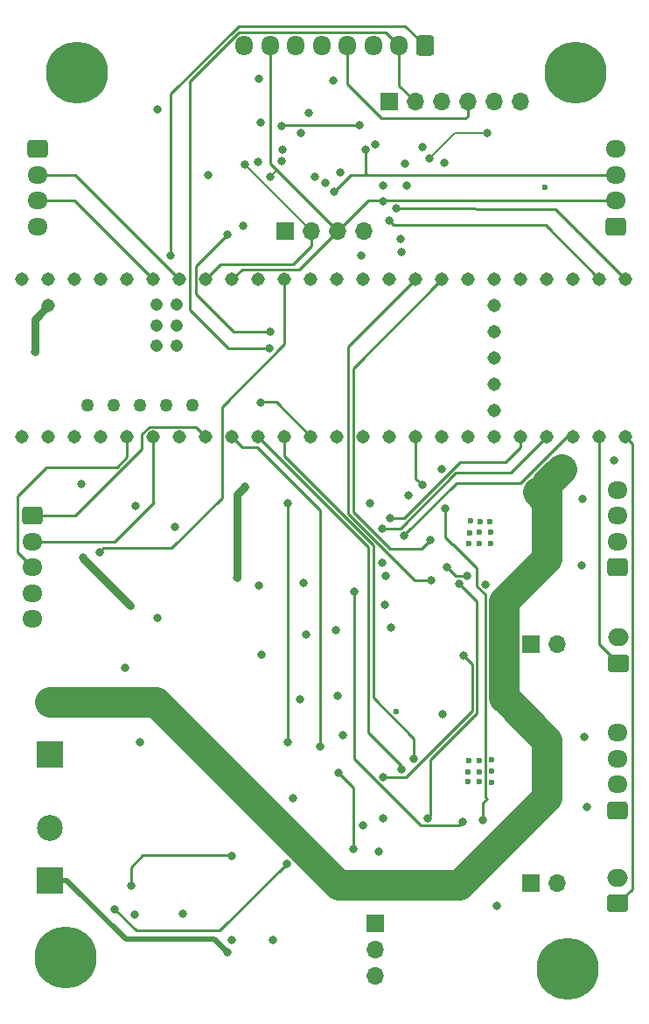
<source format=gbr>
%TF.GenerationSoftware,KiCad,Pcbnew,(6.0.5)*%
%TF.CreationDate,2022-06-08T15:49:38-06:00*%
%TF.ProjectId,main_board,6d61696e-5f62-46f6-9172-642e6b696361,rev?*%
%TF.SameCoordinates,Original*%
%TF.FileFunction,Copper,L4,Bot*%
%TF.FilePolarity,Positive*%
%FSLAX46Y46*%
G04 Gerber Fmt 4.6, Leading zero omitted, Abs format (unit mm)*
G04 Created by KiCad (PCBNEW (6.0.5)) date 2022-06-08 15:49:38*
%MOMM*%
%LPD*%
G01*
G04 APERTURE LIST*
G04 Aperture macros list*
%AMRoundRect*
0 Rectangle with rounded corners*
0 $1 Rounding radius*
0 $2 $3 $4 $5 $6 $7 $8 $9 X,Y pos of 4 corners*
0 Add a 4 corners polygon primitive as box body*
4,1,4,$2,$3,$4,$5,$6,$7,$8,$9,$2,$3,0*
0 Add four circle primitives for the rounded corners*
1,1,$1+$1,$2,$3*
1,1,$1+$1,$4,$5*
1,1,$1+$1,$6,$7*
1,1,$1+$1,$8,$9*
0 Add four rect primitives between the rounded corners*
20,1,$1+$1,$2,$3,$4,$5,0*
20,1,$1+$1,$4,$5,$6,$7,0*
20,1,$1+$1,$6,$7,$8,$9,0*
20,1,$1+$1,$8,$9,$2,$3,0*%
G04 Aperture macros list end*
%TA.AperFunction,ComponentPad*%
%ADD10RoundRect,0.250000X0.725000X-0.600000X0.725000X0.600000X-0.725000X0.600000X-0.725000X-0.600000X0*%
%TD*%
%TA.AperFunction,ComponentPad*%
%ADD11O,1.950000X1.700000*%
%TD*%
%TA.AperFunction,ComponentPad*%
%ADD12R,2.500000X2.500000*%
%TD*%
%TA.AperFunction,ComponentPad*%
%ADD13C,2.500000*%
%TD*%
%TA.AperFunction,ComponentPad*%
%ADD14RoundRect,0.250000X-0.725000X0.600000X-0.725000X-0.600000X0.725000X-0.600000X0.725000X0.600000X0*%
%TD*%
%TA.AperFunction,ComponentPad*%
%ADD15C,6.000000*%
%TD*%
%TA.AperFunction,ComponentPad*%
%ADD16R,1.700000X1.700000*%
%TD*%
%TA.AperFunction,ComponentPad*%
%ADD17O,1.700000X1.700000*%
%TD*%
%TA.AperFunction,ComponentPad*%
%ADD18C,1.308000*%
%TD*%
%TA.AperFunction,ComponentPad*%
%ADD19C,1.258000*%
%TD*%
%TA.AperFunction,ComponentPad*%
%ADD20C,1.208000*%
%TD*%
%TA.AperFunction,ComponentPad*%
%ADD21RoundRect,0.250000X0.750000X-0.600000X0.750000X0.600000X-0.750000X0.600000X-0.750000X-0.600000X0*%
%TD*%
%TA.AperFunction,ComponentPad*%
%ADD22O,2.000000X1.700000*%
%TD*%
%TA.AperFunction,ComponentPad*%
%ADD23RoundRect,0.250000X0.600000X0.725000X-0.600000X0.725000X-0.600000X-0.725000X0.600000X-0.725000X0*%
%TD*%
%TA.AperFunction,ComponentPad*%
%ADD24O,1.700000X1.950000*%
%TD*%
%TA.AperFunction,ViaPad*%
%ADD25C,0.800000*%
%TD*%
%TA.AperFunction,ViaPad*%
%ADD26C,0.600000*%
%TD*%
%TA.AperFunction,Conductor*%
%ADD27C,0.250000*%
%TD*%
%TA.AperFunction,Conductor*%
%ADD28C,3.000000*%
%TD*%
%TA.AperFunction,Conductor*%
%ADD29C,0.800000*%
%TD*%
%TA.AperFunction,Conductor*%
%ADD30C,0.200000*%
%TD*%
%TA.AperFunction,Conductor*%
%ADD31C,0.500000*%
%TD*%
G04 APERTURE END LIST*
D10*
%TO.P,J7,1,Pin_1*%
%TO.N,/Stepper_b1/1B_b*%
X178750000Y-106500000D03*
D11*
%TO.P,J7,2,Pin_2*%
%TO.N,/Stepper_b1/1A_b*%
X178750000Y-104000000D03*
%TO.P,J7,3,Pin_3*%
%TO.N,/Stepper_b1/2A_b*%
X178750000Y-101500000D03*
%TO.P,J7,4,Pin_4*%
%TO.N,/Stepper_b1/2B_b*%
X178750000Y-99000000D03*
%TD*%
D12*
%TO.P,J4,1,Pin_1*%
%TO.N,GND*%
X123835000Y-124545000D03*
D13*
%TO.P,J4,2,Pin_2*%
%TO.N,/Stepper_b/VMM*%
X123835000Y-119465000D03*
%TD*%
D14*
%TO.P,J9,1,Pin_1*%
%TO.N,/SET*%
X122135000Y-101500000D03*
D11*
%TO.P,J9,2,Pin_2*%
%TO.N,/TX_RF*%
X122135000Y-104000000D03*
%TO.P,J9,3,Pin_3*%
%TO.N,/RX_RF*%
X122135000Y-106500000D03*
%TO.P,J9,4,Pin_4*%
%TO.N,GND*%
X122135000Y-109000000D03*
%TO.P,J9,5,Pin_5*%
%TO.N,+3V3*%
X122135000Y-111500000D03*
%TD*%
D15*
%TO.P,H4,1,1*%
%TO.N,GND*%
X126450000Y-58600000D03*
%TD*%
%TO.P,H2,1,1*%
%TO.N,GND*%
X174650000Y-58650000D03*
%TD*%
D14*
%TO.P,J10,1,Pin_1*%
%TO.N,GND*%
X122635000Y-66000000D03*
D11*
%TO.P,J10,2,Pin_2*%
%TO.N,/TX_GPS*%
X122635000Y-68500000D03*
%TO.P,J10,3,Pin_3*%
%TO.N,/RX_GPS*%
X122635000Y-71000000D03*
%TO.P,J10,4,Pin_4*%
%TO.N,+3V3*%
X122635000Y-73500000D03*
%TD*%
D10*
%TO.P,J1,1,Pin_1*%
%TO.N,+3V3*%
X178585000Y-73500000D03*
D11*
%TO.P,J1,2,Pin_2*%
%TO.N,/SDA*%
X178585000Y-71000000D03*
%TO.P,J1,3,Pin_3*%
%TO.N,/SCL*%
X178585000Y-68500000D03*
%TO.P,J1,4,Pin_4*%
%TO.N,GND*%
X178585000Y-66000000D03*
%TD*%
D16*
%TO.P,J15,1,Pin_1*%
%TO.N,GND*%
X155330000Y-140945000D03*
D17*
%TO.P,J15,2,Pin_2*%
%TO.N,/TDS*%
X155330000Y-143485000D03*
%TO.P,J15,3,Pin_3*%
%TO.N,+3V3*%
X155330000Y-146025000D03*
%TD*%
D18*
%TO.P,U4,0,RX1*%
%TO.N,/LEDs/R_a*%
X123665000Y-93870000D03*
%TO.P,U4,1,TX1*%
%TO.N,/LEDs/G_a*%
X126205000Y-93870000D03*
%TO.P,U4,2,OUT2*%
%TO.N,/LEDs/B_a*%
X128745000Y-93870000D03*
%TO.P,U4,3,LRCLK2*%
%TO.N,/RX_RF*%
X131285000Y-93870000D03*
%TO.P,U4,3.3V_1,3.3V*%
%TO.N,unconnected-(U4-Pad3.3V_1)*%
X156685000Y-93870000D03*
%TO.P,U4,3.3V_2,3.3V*%
%TO.N,unconnected-(U4-Pad3.3V_2)*%
X126205000Y-78630000D03*
%TO.P,U4,3.3V_3,3.3V*%
%TO.N,unconnected-(U4-Pad3.3V_3)*%
X166845000Y-88790000D03*
%TO.P,U4,4,BCLK2*%
%TO.N,/TX_RF*%
X133825000Y-93870000D03*
%TO.P,U4,5,IN2*%
%TO.N,/LEDs/SIGNAL*%
X136365000Y-93870000D03*
D19*
%TO.P,U4,5V,5V*%
%TO.N,unconnected-(U4-Pad5V)*%
X127475000Y-90820000D03*
D18*
%TO.P,U4,6,OUT1D*%
%TO.N,/SET*%
X138905000Y-93870000D03*
%TO.P,U4,7,RX2*%
%TO.N,/Stepper_b/MS2_b*%
X141445000Y-93870000D03*
%TO.P,U4,8,TX2*%
%TO.N,/Stepper_b/MS3_b*%
X143985000Y-93870000D03*
%TO.P,U4,9,OUT1C*%
%TO.N,/Stepper_b/MS1_b*%
X146525000Y-93870000D03*
%TO.P,U4,10,CS1*%
%TO.N,/CS_VD*%
X149065000Y-93870000D03*
%TO.P,U4,11,MOSI*%
%TO.N,/MOSI*%
X151605000Y-93870000D03*
%TO.P,U4,12,MISO*%
%TO.N,/MISO*%
X154145000Y-93870000D03*
%TO.P,U4,13,SCK*%
%TO.N,/SCK*%
X154145000Y-78630000D03*
%TO.P,U4,14,A0*%
%TO.N,/Teensy41/BUZZER*%
X151605000Y-78630000D03*
%TO.P,U4,15,A1*%
%TO.N,/LEDs/B_b*%
X149065000Y-78630000D03*
%TO.P,U4,16,A2*%
%TO.N,/V_DIV*%
X146525000Y-78630000D03*
%TO.P,U4,17,A3*%
%TO.N,/TDS*%
X143985000Y-78630000D03*
%TO.P,U4,18,A4*%
%TO.N,/SDA*%
X141445000Y-78630000D03*
%TO.P,U4,19,A5*%
%TO.N,/SCL*%
X138905000Y-78630000D03*
%TO.P,U4,20,A6*%
%TO.N,/TX_GPS*%
X136365000Y-78630000D03*
%TO.P,U4,21,A7*%
%TO.N,/RX_GPS*%
X133825000Y-78630000D03*
%TO.P,U4,22,A8*%
%TO.N,/LEDs/R_b*%
X131285000Y-78630000D03*
%TO.P,U4,23,A9*%
%TO.N,/LEDs/G_b*%
X128745000Y-78630000D03*
%TO.P,U4,24,A10*%
%TO.N,/Stepper_b/DIR_b*%
X159225000Y-93870000D03*
%TO.P,U4,25,A11*%
%TO.N,/Stepper_b/STEP_b*%
X161765000Y-93870000D03*
%TO.P,U4,26,A12*%
%TO.N,/Stepper_b/SLP_b*%
X164305000Y-93870000D03*
%TO.P,U4,27,A13*%
%TO.N,/Stepper_b/RST_b*%
X166845000Y-93870000D03*
%TO.P,U4,28,RX7*%
%TO.N,/Stepper_b1/MS1_b*%
X169385000Y-93870000D03*
%TO.P,U4,29,TX7*%
%TO.N,/Stepper_b1/MS2_b*%
X171925000Y-93870000D03*
%TO.P,U4,30,CRX3*%
%TO.N,/Stepper_b1/MS3_b*%
X174465000Y-93870000D03*
%TO.P,U4,31,CTX3*%
%TO.N,/Teensy41/Limit_p*%
X177005000Y-93870000D03*
%TO.P,U4,32,OUT1B*%
%TO.N,/Teensy41/Limit_b*%
X179545000Y-93870000D03*
%TO.P,U4,33,MCLK2*%
%TO.N,/INT_GYR*%
X179545000Y-78630000D03*
%TO.P,U4,34,RX8*%
%TO.N,/INT_ACC*%
X177005000Y-78630000D03*
%TO.P,U4,35,TX8*%
%TO.N,/INT_BAR*%
X174465000Y-78630000D03*
%TO.P,U4,36,CS2*%
%TO.N,/INT_MAG*%
X171925000Y-78630000D03*
%TO.P,U4,37,CS3*%
%TO.N,/CS*%
X169385000Y-78630000D03*
%TO.P,U4,38,A14*%
%TO.N,/Stepper_b1/DIR_b*%
X166845000Y-78630000D03*
%TO.P,U4,39,A15*%
%TO.N,/Stepper_b1/STEP_b*%
X164305000Y-78630000D03*
%TO.P,U4,40,A16*%
%TO.N,/Stepper_b1/RST_b*%
X161765000Y-78630000D03*
%TO.P,U4,41,A17*%
%TO.N,/Stepper_b1/SLP_b*%
X159225000Y-78630000D03*
D19*
%TO.P,U4,D+,D+*%
%TO.N,unconnected-(U4-PadD+)*%
X132555000Y-90820000D03*
%TO.P,U4,D-,D-*%
%TO.N,unconnected-(U4-PadD-)*%
X130015000Y-90820000D03*
D18*
%TO.P,U4,GND1,GND*%
%TO.N,GND*%
X121125000Y-93870000D03*
%TO.P,U4,GND2,GND*%
X156685000Y-78630000D03*
%TO.P,U4,GND3,GND*%
X123665000Y-78630000D03*
%TO.P,U4,GND4,GND*%
X166845000Y-86250000D03*
D20*
%TO.P,U4,GND5,GND*%
X136095000Y-83080000D03*
%TO.P,U4,LED,LED*%
%TO.N,unconnected-(U4-PadLED)*%
X134095000Y-83080000D03*
D18*
%TO.P,U4,ON/OFF,ON/OFF*%
%TO.N,unconnected-(U4-PadON/OFF)*%
X166845000Y-81170000D03*
%TO.P,U4,PROGRAM,PROGRAM*%
%TO.N,unconnected-(U4-PadPROGRAM)*%
X166845000Y-83710000D03*
D20*
%TO.P,U4,R+,R+*%
%TO.N,unconnected-(U4-PadR+)*%
X134095000Y-81080000D03*
%TO.P,U4,R-,R-*%
%TO.N,unconnected-(U4-PadR-)*%
X136095000Y-81080000D03*
%TO.P,U4,T+,T+*%
%TO.N,unconnected-(U4-PadT+)*%
X136095000Y-85080000D03*
%TO.P,U4,T-,T-*%
%TO.N,unconnected-(U4-PadT-)*%
X134095000Y-85080000D03*
D19*
%TO.P,U4,USB_GND1,USB_GND*%
%TO.N,GND*%
X135095000Y-90820000D03*
%TO.P,U4,USB_GND2,USB_GND*%
X137635000Y-90820000D03*
D18*
%TO.P,U4,VBAT,VBAT*%
%TO.N,unconnected-(U4-PadVBAT)*%
X166845000Y-91330000D03*
%TO.P,U4,VIN,VIN*%
%TO.N,+5V*%
X121125000Y-78630000D03*
%TO.P,U4,VUSB,VUSB*%
%TO.N,VBUS*%
X123665000Y-81170000D03*
%TD*%
D16*
%TO.P,J8,1,Pin_1*%
%TO.N,+3V3*%
X156650000Y-61450000D03*
D17*
%TO.P,J8,2,Pin_2*%
%TO.N,/MOSI*%
X159190000Y-61450000D03*
%TO.P,J8,3,Pin_3*%
%TO.N,/MISO*%
X161730000Y-61450000D03*
%TO.P,J8,4,Pin_4*%
%TO.N,/SCK*%
X164270000Y-61450000D03*
%TO.P,J8,5,Pin_5*%
%TO.N,/CS*%
X166810000Y-61450000D03*
%TO.P,J8,6,Pin_6*%
%TO.N,GND*%
X169350000Y-61450000D03*
%TD*%
D21*
%TO.P,J11,1,Pin_1*%
%TO.N,/Teensy41/Limit_b*%
X178785000Y-139000000D03*
D22*
%TO.P,J11,2,Pin_2*%
%TO.N,GND*%
X178785000Y-136500000D03*
%TD*%
D23*
%TO.P,J5,1,Pin_1*%
%TO.N,/CS_VD*%
X160100000Y-56000000D03*
D24*
%TO.P,J5,2,Pin_2*%
%TO.N,/MOSI*%
X157600000Y-56000000D03*
%TO.P,J5,3,Pin_3*%
%TO.N,/MISO*%
X155100000Y-56000000D03*
%TO.P,J5,4,Pin_4*%
%TO.N,/SCK*%
X152600000Y-56000000D03*
%TO.P,J5,5,Pin_5*%
%TO.N,GND*%
X150100000Y-56000000D03*
%TO.P,J5,6,Pin_6*%
%TO.N,+3V3*%
X147600000Y-56000000D03*
%TO.P,J5,7,Pin_7*%
%TO.N,/SDA*%
X145100000Y-56000000D03*
%TO.P,J5,8,Pin_8*%
%TO.N,/SCL*%
X142600000Y-56000000D03*
%TD*%
D12*
%TO.P,J3,1,Pin_1*%
%TO.N,Net-(J3-Pad1)*%
X123835000Y-136750000D03*
D13*
%TO.P,J3,2,Pin_2*%
%TO.N,Net-(J3-Pad2)*%
X123835000Y-131670000D03*
%TD*%
D16*
%TO.P,J2,1,Pin_1*%
%TO.N,GND*%
X146570000Y-73950000D03*
D17*
%TO.P,J2,2,Pin_2*%
%TO.N,/SCL*%
X149110000Y-73950000D03*
%TO.P,J2,3,Pin_3*%
%TO.N,/SDA*%
X151650000Y-73950000D03*
%TO.P,J2,4,Pin_4*%
%TO.N,+3V3*%
X154190000Y-73950000D03*
%TD*%
D15*
%TO.P,H1,1,1*%
%TO.N,GND*%
X125300000Y-144250000D03*
%TD*%
%TO.P,H3,1,1*%
%TO.N,GND*%
X173950000Y-145300000D03*
%TD*%
D16*
%TO.P,J13,1,Pin_1*%
%TO.N,/Stepper_b1/REF*%
X170325000Y-113900000D03*
D17*
%TO.P,J13,2,Pin_2*%
%TO.N,GND*%
X172865000Y-113900000D03*
%TD*%
D21*
%TO.P,J12,1,Pin_1*%
%TO.N,/Teensy41/Limit_p*%
X178835000Y-115750000D03*
D22*
%TO.P,J12,2,Pin_2*%
%TO.N,GND*%
X178835000Y-113250000D03*
%TD*%
D16*
%TO.P,J14,1,Pin_1*%
%TO.N,/Stepper_b/REF*%
X170325000Y-137050000D03*
D17*
%TO.P,J14,2,Pin_2*%
%TO.N,GND*%
X172865000Y-137050000D03*
%TD*%
D10*
%TO.P,J6,1,Pin_1*%
%TO.N,/Stepper_b/1B_b*%
X178750000Y-130000000D03*
D11*
%TO.P,J6,2,Pin_2*%
%TO.N,/Stepper_b/1A_b*%
X178750000Y-127500000D03*
%TO.P,J6,3,Pin_3*%
%TO.N,/Stepper_b/2A_b*%
X178750000Y-125000000D03*
%TO.P,J6,4,Pin_4*%
%TO.N,/Stepper_b/2B_b*%
X178750000Y-122500000D03*
%TD*%
D25*
%TO.N,GND*%
X175500000Y-122900000D03*
D26*
X165385000Y-103100000D03*
X164500000Y-102010000D03*
D25*
X144250000Y-114950000D03*
X151250000Y-59350000D03*
D26*
X164330000Y-104140000D03*
X171700000Y-69750000D03*
X166470000Y-104190000D03*
D25*
X161850000Y-120650000D03*
X141430000Y-142520000D03*
X156025000Y-69525000D03*
X175300000Y-106300000D03*
X131085000Y-116215000D03*
X154100000Y-131400000D03*
X146250000Y-67200000D03*
X148000000Y-119250000D03*
X158325000Y-69525000D03*
D26*
X166550000Y-127250000D03*
D25*
X134200000Y-62200000D03*
X175750000Y-129700000D03*
D26*
X164400000Y-103130000D03*
D25*
X143950000Y-67250000D03*
X145430000Y-142520000D03*
X147300000Y-128850000D03*
D26*
X165420000Y-102050000D03*
X165390000Y-125140000D03*
D25*
X156237500Y-110137500D03*
X148100000Y-64500000D03*
X139150000Y-68550000D03*
X178400000Y-96100000D03*
X175350000Y-99850000D03*
X155300000Y-65600000D03*
X135900000Y-102600000D03*
X134250000Y-111350000D03*
D26*
X164310000Y-127240000D03*
D25*
X152200000Y-122750000D03*
X132500000Y-123400000D03*
X161750000Y-96950000D03*
D26*
X166470000Y-103110000D03*
D25*
X136650000Y-140000000D03*
X151500000Y-112550000D03*
D26*
X165385000Y-127205000D03*
D25*
X151650000Y-118870000D03*
X144000000Y-108250000D03*
X132000000Y-140100000D03*
D26*
X166400000Y-102050000D03*
D25*
X149450000Y-68700000D03*
X148600000Y-113000000D03*
X154750000Y-100300000D03*
X158500000Y-99500000D03*
D26*
X166550000Y-125130000D03*
X164300000Y-126240000D03*
D25*
X155950000Y-106050000D03*
D26*
X164350000Y-125170000D03*
X165385000Y-126250000D03*
X166530000Y-126210000D03*
D25*
X144050000Y-59200000D03*
X167100000Y-139200000D03*
D26*
X165385000Y-104135000D03*
D25*
%TO.N,+3V3*%
X150428256Y-69263771D03*
X156800000Y-112300000D03*
X156350000Y-107300000D03*
X151950000Y-68300000D03*
X156100000Y-130750000D03*
X144165000Y-63485000D03*
X158200000Y-67450000D03*
X148350000Y-108000000D03*
X148900000Y-62550000D03*
X159850000Y-65850000D03*
X126850000Y-98450000D03*
X146350000Y-66050000D03*
X155600000Y-134000000D03*
X142500000Y-73450000D03*
%TO.N,/TDS*%
X146850000Y-100300000D03*
X151780000Y-126390000D03*
X153180000Y-133700000D03*
X146835000Y-123415000D03*
%TO.N,/Stepper_b/VMM*%
X173000000Y-96650000D03*
D26*
X171200000Y-105800000D03*
X157350000Y-120400000D03*
X170775000Y-123625000D03*
D25*
X167775489Y-118274511D03*
D26*
X171550000Y-122850000D03*
X171200000Y-128950000D03*
X170775000Y-100475000D03*
D25*
X167775489Y-117074511D03*
%TO.N,+5V*%
X142700000Y-98650000D03*
X141950000Y-107500000D03*
%TO.N,Net-(D3-Pad1)*%
X146725000Y-135125000D03*
X130100000Y-139550000D03*
%TO.N,/Stepper_b/MS1_b*%
X159050000Y-125000000D03*
%TO.N,/Stepper_b/MS2_b*%
X150000000Y-123850000D03*
%TO.N,/Stepper_b/MS3_b*%
X157800000Y-126050989D03*
%TO.N,/Stepper_b/RST_b*%
X156024511Y-126775489D03*
X163850000Y-115000000D03*
%TO.N,/Stepper_b/SLP_b*%
X160350000Y-130750000D03*
X163450000Y-108100000D03*
%TO.N,/Stepper_b/STEP_b*%
X163800000Y-131100000D03*
X153250000Y-108800000D03*
%TO.N,/Stepper_b/DIR_b*%
X159850000Y-98500000D03*
X162050000Y-100750000D03*
X165750000Y-130950000D03*
%TO.N,/SDA*%
X162000000Y-67350000D03*
X145150000Y-68700000D03*
X156050000Y-71050000D03*
%TO.N,/SCL*%
X151300000Y-70150000D03*
X154400000Y-66100000D03*
X142655000Y-67495000D03*
%TO.N,Net-(J3-Pad1)*%
X141000000Y-143700000D03*
%TO.N,/CS_VD*%
X144200000Y-90550000D03*
X135500000Y-76350000D03*
%TO.N,/MOSI*%
X145050000Y-85300000D03*
%TO.N,/MISO*%
X145100000Y-83700000D03*
X140950000Y-74300000D03*
%TO.N,VBUS*%
X122350000Y-85600000D03*
X131600000Y-110200000D03*
X127000000Y-105500000D03*
%TO.N,Net-(R6-Pad2)*%
X131650000Y-137250000D03*
X141400000Y-134400000D03*
%TO.N,/V_DIV*%
X128590000Y-104990000D03*
%TO.N,/LEDs/R_b*%
X157800000Y-75950000D03*
%TO.N,/LEDs/G_b*%
X157750000Y-74750000D03*
%TO.N,/LEDs/B_b*%
X153900000Y-76350000D03*
%TO.N,/INT_ACC*%
X156650000Y-72950000D03*
%TO.N,/INT_GYR*%
X157299885Y-71783285D03*
%TO.N,/INT_MAG*%
X160550000Y-66900000D03*
X166150000Y-64450000D03*
%TO.N,/INT_BAR*%
X146250000Y-63750000D03*
X153800000Y-63700000D03*
%TO.N,/Stepper_b1/MS1_b*%
X156750000Y-101700000D03*
%TO.N,/Stepper_b1/MS2_b*%
X155950000Y-102700000D03*
%TO.N,/Stepper_b1/MS3_b*%
X158114554Y-103415387D03*
%TO.N,/Stepper_b1/RST_b*%
X160650000Y-103850000D03*
%TO.N,/Stepper_b1/SLP_b*%
X160750000Y-107750000D03*
%TO.N,/Stepper_b1/STEP_b*%
X162200000Y-106450000D03*
X164150000Y-107350000D03*
%TO.N,/Stepper_b1/DIR_b*%
X166000000Y-108150000D03*
%TO.N,/LEDs/SIGNAL*%
X132100000Y-100500000D03*
%TD*%
D27*
%TO.N,/V_DIV*%
X146525000Y-84875000D02*
X146525000Y-78630000D01*
X140466489Y-90933511D02*
X146525000Y-84875000D01*
X140466489Y-99733511D02*
X140466489Y-90933511D01*
X128590000Y-104990000D02*
X128955500Y-104624500D01*
X135575500Y-104624500D02*
X140466489Y-99733511D01*
X128955500Y-104624500D02*
X135575500Y-104624500D01*
%TO.N,/TDS*%
X153180000Y-133700000D02*
X153180000Y-127790000D01*
X146835000Y-123415000D02*
X146850000Y-100300000D01*
X146850000Y-100300000D02*
X146835000Y-100335000D01*
X153180000Y-127790000D02*
X151780000Y-126390000D01*
D28*
%TO.N,/Stepper_b/VMM*%
X171900000Y-128750000D02*
X163450000Y-137200000D01*
X163450000Y-137200000D02*
X151769158Y-137200000D01*
X167775489Y-117074511D02*
X167775489Y-118274511D01*
X171900000Y-100050000D02*
X171900000Y-98350000D01*
X167775489Y-119075489D02*
X167900000Y-119200000D01*
X167900000Y-119200000D02*
X171550000Y-122850000D01*
X167775489Y-109724511D02*
X167775489Y-117074511D01*
X171900000Y-98350000D02*
X173300000Y-96950000D01*
X171900000Y-100050000D02*
X171050000Y-99200000D01*
X171550000Y-122850000D02*
X171900000Y-123200000D01*
X171900000Y-105600000D02*
X167775489Y-109724511D01*
X167775489Y-118274511D02*
X167775489Y-119075489D01*
X151769158Y-137200000D02*
X134034158Y-119465000D01*
X171900000Y-123200000D02*
X171900000Y-128750000D01*
X171500000Y-99650000D02*
X171550000Y-99700000D01*
X171900000Y-100050000D02*
X171900000Y-105600000D01*
X134034158Y-119465000D02*
X123835000Y-119465000D01*
X171550000Y-99700000D02*
X171900000Y-100050000D01*
D29*
%TO.N,+5V*%
X142700000Y-98650000D02*
X141950000Y-99400000D01*
X141950000Y-99400000D02*
X141950000Y-107500000D01*
D27*
%TO.N,Net-(D3-Pad1)*%
X132150000Y-141600000D02*
X140250000Y-141600000D01*
X140250000Y-141600000D02*
X146725000Y-135125000D01*
X146725000Y-135125000D02*
X146750000Y-135100000D01*
X130100000Y-139550000D02*
X132150000Y-141600000D01*
%TO.N,/Stepper_b/MS1_b*%
X155099520Y-104348803D02*
X146500359Y-95749641D01*
X159050000Y-123016807D02*
X155099520Y-119066327D01*
X146500359Y-95749641D02*
X146525000Y-95725000D01*
X159050000Y-125000000D02*
X159050000Y-123016807D01*
X146525000Y-95725000D02*
X146525000Y-93870000D01*
X155099520Y-119066327D02*
X155099520Y-104348803D01*
%TO.N,/Stepper_b/MS2_b*%
X150000000Y-100950000D02*
X143898511Y-94848511D01*
X150000000Y-123850000D02*
X150000000Y-100950000D01*
X143898511Y-94848511D02*
X142423511Y-94848511D01*
X142423511Y-94848511D02*
X141445000Y-93870000D01*
%TO.N,/Stepper_b/MS3_b*%
X157800000Y-125650000D02*
X154650000Y-122500000D01*
X154650000Y-104535000D02*
X143985000Y-93870000D01*
X157800000Y-126050989D02*
X157800000Y-125650000D01*
X154650000Y-122500000D02*
X154650000Y-104535000D01*
%TO.N,/Stepper_b/RST_b*%
X156024511Y-126775489D02*
X158299125Y-126775489D01*
X164700000Y-120374614D02*
X164700000Y-115850000D01*
X158299125Y-126775489D02*
X164700000Y-120374614D01*
X164700000Y-115850000D02*
X163850000Y-115000000D01*
%TO.N,/Stepper_b/SLP_b*%
X160650000Y-130450000D02*
X160650000Y-125060332D01*
X165149520Y-120560812D02*
X165149520Y-109799520D01*
X160350000Y-130750000D02*
X160650000Y-130450000D01*
X165149520Y-109799520D02*
X163450000Y-108100000D01*
X160650000Y-125060332D02*
X165149520Y-120560812D01*
%TO.N,/Stepper_b/STEP_b*%
X163800000Y-131100000D02*
X163425489Y-131474511D01*
X159698919Y-131474511D02*
X153250000Y-125025592D01*
X153250000Y-125025592D02*
X153250000Y-108800000D01*
X163425489Y-131474511D02*
X159698919Y-131474511D01*
%TO.N,/Stepper_b/DIR_b*%
X165950969Y-109125583D02*
X165150000Y-108324614D01*
X165150000Y-106550000D02*
X162850000Y-104250000D01*
X162050000Y-103550000D02*
X162050000Y-100750000D01*
X159225000Y-93870000D02*
X159225000Y-97875000D01*
X165750000Y-129250000D02*
X166100000Y-128900000D01*
X159225000Y-97875000D02*
X159850000Y-98500000D01*
X165750000Y-130950000D02*
X165750000Y-129250000D01*
X162850000Y-104250000D02*
X162750000Y-104250000D01*
X166100000Y-128900000D02*
X165950969Y-128750969D01*
X165150000Y-108324614D02*
X165150000Y-106550000D01*
X165950969Y-128750969D02*
X165950969Y-114950000D01*
X162750000Y-104250000D02*
X162050000Y-103550000D01*
X165950969Y-114950000D02*
X165950969Y-109125583D01*
%TO.N,/SDA*%
X154600000Y-71000000D02*
X156000000Y-71000000D01*
X156000000Y-71000000D02*
X156050000Y-71050000D01*
X147948511Y-77651489D02*
X142423511Y-77651489D01*
D30*
X145150000Y-68700000D02*
X145700000Y-68150000D01*
D27*
X178585000Y-71000000D02*
X156100000Y-71000000D01*
X145100000Y-56000000D02*
X145100000Y-67400000D01*
X154600000Y-71000000D02*
X151650000Y-73950000D01*
X145850000Y-68150000D02*
X151650000Y-73950000D01*
X145100000Y-67400000D02*
X145850000Y-68150000D01*
X142423511Y-77651489D02*
X141445000Y-78630000D01*
D30*
X145700000Y-68150000D02*
X145850000Y-68150000D01*
D27*
X156100000Y-71000000D02*
X156050000Y-71050000D01*
X151650000Y-73950000D02*
X147948511Y-77651489D01*
%TO.N,/SCL*%
X178585000Y-68500000D02*
X154560000Y-68500000D01*
X154560000Y-68500000D02*
X152950000Y-68500000D01*
X140333031Y-77201969D02*
X147300000Y-77201969D01*
X154400000Y-68340000D02*
X154560000Y-68500000D01*
X149110000Y-75391969D02*
X149110000Y-73950000D01*
X152950000Y-68500000D02*
X151300000Y-70150000D01*
X138905000Y-78630000D02*
X140333031Y-77201969D01*
D30*
X142655000Y-67495000D02*
X149110000Y-73950000D01*
D27*
X147300000Y-77201969D02*
X149110000Y-75391969D01*
X142600000Y-67440000D02*
X142655000Y-67495000D01*
X154400000Y-66100000D02*
X154400000Y-68340000D01*
D31*
%TO.N,Net-(J3-Pad1)*%
X125450000Y-136750000D02*
X131149511Y-142449511D01*
X123835000Y-136750000D02*
X125450000Y-136750000D01*
X131149511Y-142449511D02*
X139749511Y-142449511D01*
X139749511Y-142449511D02*
X141000000Y-143700000D01*
D27*
%TO.N,/CS_VD*%
X142078261Y-54100000D02*
X135500000Y-60678261D01*
X135500000Y-71050000D02*
X135500000Y-76350000D01*
X149065000Y-93870000D02*
X145695000Y-90500000D01*
X144250000Y-90500000D02*
X144200000Y-90550000D01*
X145695000Y-90500000D02*
X144250000Y-90500000D01*
X158200000Y-54100000D02*
X145200000Y-54100000D01*
X145200000Y-54100000D02*
X142078261Y-54100000D01*
X135500000Y-60678261D02*
X135500000Y-71050000D01*
X160100000Y-56000000D02*
X158200000Y-54100000D01*
%TO.N,/MOSI*%
X137343511Y-81593511D02*
X141050000Y-85300000D01*
X157600000Y-59860000D02*
X159190000Y-61450000D01*
X141050000Y-85300000D02*
X145050000Y-85300000D01*
X141014282Y-85300000D02*
X141050000Y-85300000D01*
X156300480Y-54700480D02*
X142113498Y-54700480D01*
X137343511Y-59470467D02*
X137343511Y-81593511D01*
X157600000Y-56000000D02*
X156300480Y-54700480D01*
X142113498Y-54700480D02*
X137343511Y-59470467D01*
X157600000Y-56000000D02*
X157600000Y-59860000D01*
%TO.N,/MISO*%
X137926489Y-77323511D02*
X137926489Y-80076489D01*
X141550000Y-83700000D02*
X145100000Y-83700000D01*
X140950000Y-74300000D02*
X137926489Y-77323511D01*
X137926489Y-80076489D02*
X141550000Y-83700000D01*
%TO.N,/SCK*%
X155900978Y-63050000D02*
X152600000Y-59749022D01*
X164050000Y-63050000D02*
X155900978Y-63050000D01*
X164270000Y-61450000D02*
X164270000Y-62830000D01*
X164270000Y-62830000D02*
X164050000Y-63050000D01*
X152600000Y-59749022D02*
X152600000Y-56000000D01*
%TO.N,/SET*%
X132699807Y-95050193D02*
X126250000Y-101500000D01*
X137926489Y-92891489D02*
X133419686Y-92891489D01*
X138905000Y-93870000D02*
X137926489Y-92891489D01*
X132699807Y-93611368D02*
X132699807Y-95050193D01*
X133419686Y-92891489D02*
X132699807Y-93611368D01*
X126250000Y-101500000D02*
X122135000Y-101500000D01*
%TO.N,/TX_RF*%
X133850000Y-100200000D02*
X133825000Y-100175000D01*
X133825000Y-100175000D02*
X133825000Y-93870000D01*
X122135000Y-104000000D02*
X130050000Y-104000000D01*
X130050000Y-104000000D02*
X133850000Y-100200000D01*
%TO.N,/RX_RF*%
X122135000Y-106500000D02*
X120700000Y-105065000D01*
X130300000Y-96800000D02*
X131285000Y-95815000D01*
X120700000Y-105065000D02*
X120700000Y-99600000D01*
X123500000Y-96800000D02*
X130300000Y-96800000D01*
X120700000Y-99600000D02*
X123500000Y-96800000D01*
X131285000Y-95815000D02*
X131285000Y-93870000D01*
%TO.N,/TX_GPS*%
X122635000Y-68500000D02*
X126235000Y-68500000D01*
X126235000Y-68500000D02*
X136365000Y-78630000D01*
%TO.N,/RX_GPS*%
X122635000Y-71000000D02*
X126195000Y-71000000D01*
X126195000Y-71000000D02*
X133825000Y-78630000D01*
%TO.N,/Teensy41/Limit_b*%
X179545000Y-93870000D02*
X180199000Y-94524000D01*
X180199000Y-94524000D02*
X180199000Y-137586000D01*
X180199000Y-137586000D02*
X178785000Y-139000000D01*
%TO.N,/Teensy41/Limit_p*%
X177005000Y-113920000D02*
X177005000Y-93870000D01*
X178835000Y-115750000D02*
X177005000Y-113920000D01*
D29*
%TO.N,VBUS*%
X131600000Y-110200000D02*
X127000000Y-105600000D01*
X127000000Y-105600000D02*
X127000000Y-105500000D01*
X122350000Y-85600000D02*
X122350000Y-82485000D01*
X122350000Y-82485000D02*
X123665000Y-81170000D01*
D27*
%TO.N,Net-(R6-Pad2)*%
X132800000Y-134350000D02*
X141350000Y-134350000D01*
X131650000Y-135500000D02*
X132800000Y-134350000D01*
X131650000Y-137250000D02*
X131650000Y-135500000D01*
X141350000Y-134350000D02*
X141400000Y-134400000D01*
%TO.N,/INT_ACC*%
X156650000Y-72950000D02*
X157100000Y-73400000D01*
X171775000Y-73400000D02*
X177005000Y-78630000D01*
X157100000Y-73400000D02*
X171775000Y-73400000D01*
%TO.N,/INT_GYR*%
X157299885Y-71783285D02*
X157450000Y-71800000D01*
X172715000Y-71800000D02*
X157299885Y-71783285D01*
X179545000Y-78630000D02*
X172715000Y-71800000D01*
D30*
%TO.N,/INT_MAG*%
X166150000Y-64450000D02*
X163000000Y-64450000D01*
X163000000Y-64450000D02*
X160550000Y-66900000D01*
D27*
%TO.N,/INT_BAR*%
X146300000Y-63700000D02*
X153800000Y-63700000D01*
X146250000Y-63750000D02*
X146300000Y-63700000D01*
%TO.N,/Stepper_b1/MS1_b*%
X169385000Y-94865000D02*
X169385000Y-93870000D01*
X163500000Y-96300000D02*
X167950000Y-96300000D01*
X156750000Y-101700000D02*
X158100000Y-101700000D01*
X158100000Y-101700000D02*
X163500000Y-96300000D01*
X167950000Y-96300000D02*
X169385000Y-94865000D01*
%TO.N,/Stepper_b1/MS2_b*%
X168445000Y-97350000D02*
X171925000Y-93870000D01*
X157735718Y-102700000D02*
X163085718Y-97350000D01*
X163085718Y-97350000D02*
X168445000Y-97350000D01*
X155950000Y-102700000D02*
X157735718Y-102700000D01*
%TO.N,/Stepper_b1/MS3_b*%
X173799740Y-93870000D02*
X169369740Y-98300000D01*
X169369740Y-98300000D02*
X163150000Y-98300000D01*
X163150000Y-98300000D02*
X158114554Y-103335446D01*
X174465000Y-93870000D02*
X173799740Y-93870000D01*
X158114554Y-103335446D02*
X158114554Y-103415387D01*
X158114554Y-103415387D02*
X158355903Y-103415387D01*
%TO.N,/Stepper_b1/RST_b*%
X156722152Y-104700000D02*
X159800000Y-104700000D01*
X161765000Y-78630000D02*
X153150000Y-87245000D01*
X153150000Y-87245000D02*
X153150000Y-101127848D01*
X159800000Y-104700000D02*
X160650000Y-103850000D01*
X153150000Y-101127848D02*
X156722152Y-104700000D01*
%TO.N,/Stepper_b1/SLP_b*%
X152700000Y-101313566D02*
X152700000Y-85155000D01*
X160750000Y-107750000D02*
X159136435Y-107750000D01*
X152700000Y-85155000D02*
X159225000Y-78630000D01*
X159136435Y-107750000D02*
X152700000Y-101313566D01*
%TO.N,/Stepper_b1/STEP_b*%
X164150000Y-107350000D02*
X163100000Y-107350000D01*
X163100000Y-107350000D02*
X162200000Y-106450000D01*
%TD*%
M02*

</source>
